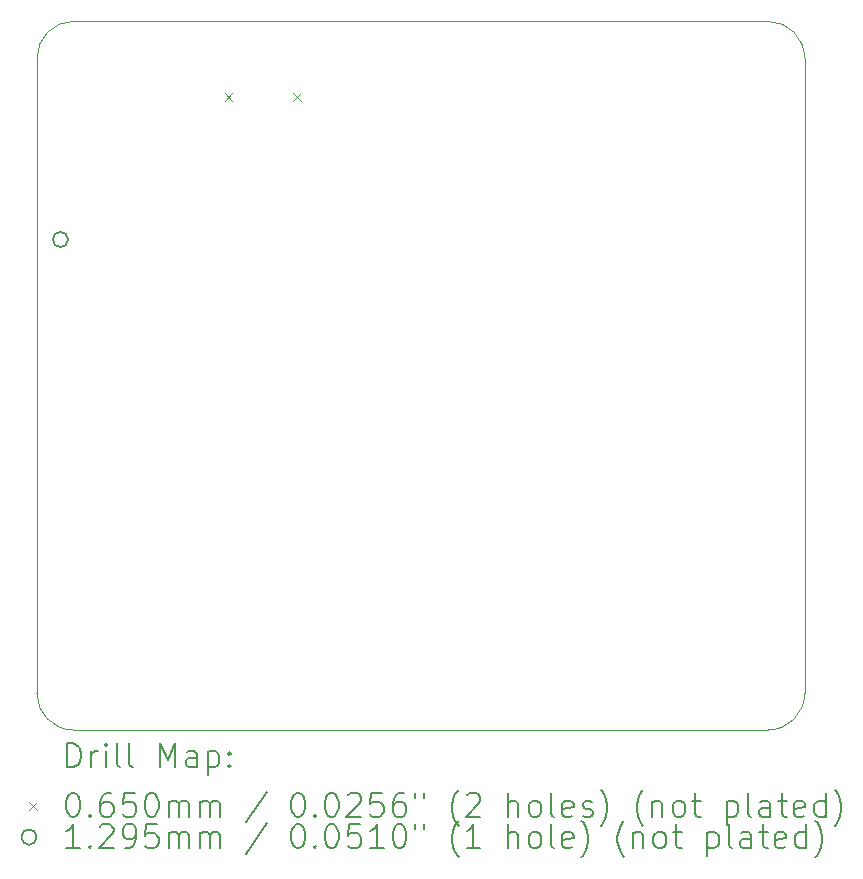
<source format=gbr>
%TF.GenerationSoftware,KiCad,Pcbnew,8.0.3*%
%TF.CreationDate,2024-09-21T15:41:23+02:00*%
%TF.ProjectId,POV_Motor_crtl,504f565f-4d6f-4746-9f72-5f6372746c2e,rev?*%
%TF.SameCoordinates,Original*%
%TF.FileFunction,Drillmap*%
%TF.FilePolarity,Positive*%
%FSLAX45Y45*%
G04 Gerber Fmt 4.5, Leading zero omitted, Abs format (unit mm)*
G04 Created by KiCad (PCBNEW 8.0.3) date 2024-09-21 15:41:23*
%MOMM*%
%LPD*%
G01*
G04 APERTURE LIST*
%ADD10C,0.050000*%
%ADD11C,0.200000*%
%ADD12C,0.100000*%
%ADD13C,0.129540*%
G04 APERTURE END LIST*
D10*
X3210000Y-8600000D02*
X9090000Y-8600000D01*
X9400000Y-8910000D02*
X9400000Y-14290000D01*
X3210000Y-14600000D02*
G75*
G02*
X2900000Y-14290000I0J310000D01*
G01*
X2900000Y-8910000D02*
G75*
G02*
X3210000Y-8600000I310000J0D01*
G01*
X9400000Y-14290000D02*
G75*
G02*
X9090000Y-14600000I-310000J0D01*
G01*
X2900000Y-14290000D02*
X2900000Y-8910000D01*
X9090000Y-8600000D02*
G75*
G02*
X9400000Y-8910000I0J-310000D01*
G01*
X9090000Y-14600000D02*
X3210000Y-14600000D01*
D11*
D12*
X4489260Y-9205180D02*
X4554260Y-9270180D01*
X4554260Y-9205180D02*
X4489260Y-9270180D01*
X5067260Y-9205180D02*
X5132260Y-9270180D01*
X5132260Y-9205180D02*
X5067260Y-9270180D01*
D13*
X3163590Y-10447040D02*
G75*
G02*
X3034050Y-10447040I-64770J0D01*
G01*
X3034050Y-10447040D02*
G75*
G02*
X3163590Y-10447040I64770J0D01*
G01*
D11*
X3158277Y-14913984D02*
X3158277Y-14713984D01*
X3158277Y-14713984D02*
X3205896Y-14713984D01*
X3205896Y-14713984D02*
X3234467Y-14723508D01*
X3234467Y-14723508D02*
X3253515Y-14742555D01*
X3253515Y-14742555D02*
X3263039Y-14761603D01*
X3263039Y-14761603D02*
X3272562Y-14799698D01*
X3272562Y-14799698D02*
X3272562Y-14828269D01*
X3272562Y-14828269D02*
X3263039Y-14866365D01*
X3263039Y-14866365D02*
X3253515Y-14885412D01*
X3253515Y-14885412D02*
X3234467Y-14904460D01*
X3234467Y-14904460D02*
X3205896Y-14913984D01*
X3205896Y-14913984D02*
X3158277Y-14913984D01*
X3358277Y-14913984D02*
X3358277Y-14780650D01*
X3358277Y-14818746D02*
X3367801Y-14799698D01*
X3367801Y-14799698D02*
X3377324Y-14790174D01*
X3377324Y-14790174D02*
X3396372Y-14780650D01*
X3396372Y-14780650D02*
X3415420Y-14780650D01*
X3482086Y-14913984D02*
X3482086Y-14780650D01*
X3482086Y-14713984D02*
X3472562Y-14723508D01*
X3472562Y-14723508D02*
X3482086Y-14733031D01*
X3482086Y-14733031D02*
X3491610Y-14723508D01*
X3491610Y-14723508D02*
X3482086Y-14713984D01*
X3482086Y-14713984D02*
X3482086Y-14733031D01*
X3605896Y-14913984D02*
X3586848Y-14904460D01*
X3586848Y-14904460D02*
X3577324Y-14885412D01*
X3577324Y-14885412D02*
X3577324Y-14713984D01*
X3710658Y-14913984D02*
X3691610Y-14904460D01*
X3691610Y-14904460D02*
X3682086Y-14885412D01*
X3682086Y-14885412D02*
X3682086Y-14713984D01*
X3939229Y-14913984D02*
X3939229Y-14713984D01*
X3939229Y-14713984D02*
X4005896Y-14856841D01*
X4005896Y-14856841D02*
X4072562Y-14713984D01*
X4072562Y-14713984D02*
X4072562Y-14913984D01*
X4253515Y-14913984D02*
X4253515Y-14809222D01*
X4253515Y-14809222D02*
X4243991Y-14790174D01*
X4243991Y-14790174D02*
X4224944Y-14780650D01*
X4224944Y-14780650D02*
X4186848Y-14780650D01*
X4186848Y-14780650D02*
X4167801Y-14790174D01*
X4253515Y-14904460D02*
X4234467Y-14913984D01*
X4234467Y-14913984D02*
X4186848Y-14913984D01*
X4186848Y-14913984D02*
X4167801Y-14904460D01*
X4167801Y-14904460D02*
X4158277Y-14885412D01*
X4158277Y-14885412D02*
X4158277Y-14866365D01*
X4158277Y-14866365D02*
X4167801Y-14847317D01*
X4167801Y-14847317D02*
X4186848Y-14837793D01*
X4186848Y-14837793D02*
X4234467Y-14837793D01*
X4234467Y-14837793D02*
X4253515Y-14828269D01*
X4348753Y-14780650D02*
X4348753Y-14980650D01*
X4348753Y-14790174D02*
X4367801Y-14780650D01*
X4367801Y-14780650D02*
X4405896Y-14780650D01*
X4405896Y-14780650D02*
X4424944Y-14790174D01*
X4424944Y-14790174D02*
X4434467Y-14799698D01*
X4434467Y-14799698D02*
X4443991Y-14818746D01*
X4443991Y-14818746D02*
X4443991Y-14875888D01*
X4443991Y-14875888D02*
X4434467Y-14894936D01*
X4434467Y-14894936D02*
X4424944Y-14904460D01*
X4424944Y-14904460D02*
X4405896Y-14913984D01*
X4405896Y-14913984D02*
X4367801Y-14913984D01*
X4367801Y-14913984D02*
X4348753Y-14904460D01*
X4529705Y-14894936D02*
X4539229Y-14904460D01*
X4539229Y-14904460D02*
X4529705Y-14913984D01*
X4529705Y-14913984D02*
X4520182Y-14904460D01*
X4520182Y-14904460D02*
X4529705Y-14894936D01*
X4529705Y-14894936D02*
X4529705Y-14913984D01*
X4529705Y-14790174D02*
X4539229Y-14799698D01*
X4539229Y-14799698D02*
X4529705Y-14809222D01*
X4529705Y-14809222D02*
X4520182Y-14799698D01*
X4520182Y-14799698D02*
X4529705Y-14790174D01*
X4529705Y-14790174D02*
X4529705Y-14809222D01*
D12*
X2832500Y-15210000D02*
X2897500Y-15275000D01*
X2897500Y-15210000D02*
X2832500Y-15275000D01*
D11*
X3196372Y-15133984D02*
X3215420Y-15133984D01*
X3215420Y-15133984D02*
X3234467Y-15143508D01*
X3234467Y-15143508D02*
X3243991Y-15153031D01*
X3243991Y-15153031D02*
X3253515Y-15172079D01*
X3253515Y-15172079D02*
X3263039Y-15210174D01*
X3263039Y-15210174D02*
X3263039Y-15257793D01*
X3263039Y-15257793D02*
X3253515Y-15295888D01*
X3253515Y-15295888D02*
X3243991Y-15314936D01*
X3243991Y-15314936D02*
X3234467Y-15324460D01*
X3234467Y-15324460D02*
X3215420Y-15333984D01*
X3215420Y-15333984D02*
X3196372Y-15333984D01*
X3196372Y-15333984D02*
X3177324Y-15324460D01*
X3177324Y-15324460D02*
X3167801Y-15314936D01*
X3167801Y-15314936D02*
X3158277Y-15295888D01*
X3158277Y-15295888D02*
X3148753Y-15257793D01*
X3148753Y-15257793D02*
X3148753Y-15210174D01*
X3148753Y-15210174D02*
X3158277Y-15172079D01*
X3158277Y-15172079D02*
X3167801Y-15153031D01*
X3167801Y-15153031D02*
X3177324Y-15143508D01*
X3177324Y-15143508D02*
X3196372Y-15133984D01*
X3348753Y-15314936D02*
X3358277Y-15324460D01*
X3358277Y-15324460D02*
X3348753Y-15333984D01*
X3348753Y-15333984D02*
X3339229Y-15324460D01*
X3339229Y-15324460D02*
X3348753Y-15314936D01*
X3348753Y-15314936D02*
X3348753Y-15333984D01*
X3529705Y-15133984D02*
X3491610Y-15133984D01*
X3491610Y-15133984D02*
X3472562Y-15143508D01*
X3472562Y-15143508D02*
X3463039Y-15153031D01*
X3463039Y-15153031D02*
X3443991Y-15181603D01*
X3443991Y-15181603D02*
X3434467Y-15219698D01*
X3434467Y-15219698D02*
X3434467Y-15295888D01*
X3434467Y-15295888D02*
X3443991Y-15314936D01*
X3443991Y-15314936D02*
X3453515Y-15324460D01*
X3453515Y-15324460D02*
X3472562Y-15333984D01*
X3472562Y-15333984D02*
X3510658Y-15333984D01*
X3510658Y-15333984D02*
X3529705Y-15324460D01*
X3529705Y-15324460D02*
X3539229Y-15314936D01*
X3539229Y-15314936D02*
X3548753Y-15295888D01*
X3548753Y-15295888D02*
X3548753Y-15248269D01*
X3548753Y-15248269D02*
X3539229Y-15229222D01*
X3539229Y-15229222D02*
X3529705Y-15219698D01*
X3529705Y-15219698D02*
X3510658Y-15210174D01*
X3510658Y-15210174D02*
X3472562Y-15210174D01*
X3472562Y-15210174D02*
X3453515Y-15219698D01*
X3453515Y-15219698D02*
X3443991Y-15229222D01*
X3443991Y-15229222D02*
X3434467Y-15248269D01*
X3729705Y-15133984D02*
X3634467Y-15133984D01*
X3634467Y-15133984D02*
X3624943Y-15229222D01*
X3624943Y-15229222D02*
X3634467Y-15219698D01*
X3634467Y-15219698D02*
X3653515Y-15210174D01*
X3653515Y-15210174D02*
X3701134Y-15210174D01*
X3701134Y-15210174D02*
X3720182Y-15219698D01*
X3720182Y-15219698D02*
X3729705Y-15229222D01*
X3729705Y-15229222D02*
X3739229Y-15248269D01*
X3739229Y-15248269D02*
X3739229Y-15295888D01*
X3739229Y-15295888D02*
X3729705Y-15314936D01*
X3729705Y-15314936D02*
X3720182Y-15324460D01*
X3720182Y-15324460D02*
X3701134Y-15333984D01*
X3701134Y-15333984D02*
X3653515Y-15333984D01*
X3653515Y-15333984D02*
X3634467Y-15324460D01*
X3634467Y-15324460D02*
X3624943Y-15314936D01*
X3863039Y-15133984D02*
X3882086Y-15133984D01*
X3882086Y-15133984D02*
X3901134Y-15143508D01*
X3901134Y-15143508D02*
X3910658Y-15153031D01*
X3910658Y-15153031D02*
X3920182Y-15172079D01*
X3920182Y-15172079D02*
X3929705Y-15210174D01*
X3929705Y-15210174D02*
X3929705Y-15257793D01*
X3929705Y-15257793D02*
X3920182Y-15295888D01*
X3920182Y-15295888D02*
X3910658Y-15314936D01*
X3910658Y-15314936D02*
X3901134Y-15324460D01*
X3901134Y-15324460D02*
X3882086Y-15333984D01*
X3882086Y-15333984D02*
X3863039Y-15333984D01*
X3863039Y-15333984D02*
X3843991Y-15324460D01*
X3843991Y-15324460D02*
X3834467Y-15314936D01*
X3834467Y-15314936D02*
X3824943Y-15295888D01*
X3824943Y-15295888D02*
X3815420Y-15257793D01*
X3815420Y-15257793D02*
X3815420Y-15210174D01*
X3815420Y-15210174D02*
X3824943Y-15172079D01*
X3824943Y-15172079D02*
X3834467Y-15153031D01*
X3834467Y-15153031D02*
X3843991Y-15143508D01*
X3843991Y-15143508D02*
X3863039Y-15133984D01*
X4015420Y-15333984D02*
X4015420Y-15200650D01*
X4015420Y-15219698D02*
X4024943Y-15210174D01*
X4024943Y-15210174D02*
X4043991Y-15200650D01*
X4043991Y-15200650D02*
X4072563Y-15200650D01*
X4072563Y-15200650D02*
X4091610Y-15210174D01*
X4091610Y-15210174D02*
X4101134Y-15229222D01*
X4101134Y-15229222D02*
X4101134Y-15333984D01*
X4101134Y-15229222D02*
X4110658Y-15210174D01*
X4110658Y-15210174D02*
X4129705Y-15200650D01*
X4129705Y-15200650D02*
X4158277Y-15200650D01*
X4158277Y-15200650D02*
X4177324Y-15210174D01*
X4177324Y-15210174D02*
X4186848Y-15229222D01*
X4186848Y-15229222D02*
X4186848Y-15333984D01*
X4282086Y-15333984D02*
X4282086Y-15200650D01*
X4282086Y-15219698D02*
X4291610Y-15210174D01*
X4291610Y-15210174D02*
X4310658Y-15200650D01*
X4310658Y-15200650D02*
X4339229Y-15200650D01*
X4339229Y-15200650D02*
X4358277Y-15210174D01*
X4358277Y-15210174D02*
X4367801Y-15229222D01*
X4367801Y-15229222D02*
X4367801Y-15333984D01*
X4367801Y-15229222D02*
X4377325Y-15210174D01*
X4377325Y-15210174D02*
X4396372Y-15200650D01*
X4396372Y-15200650D02*
X4424944Y-15200650D01*
X4424944Y-15200650D02*
X4443991Y-15210174D01*
X4443991Y-15210174D02*
X4453515Y-15229222D01*
X4453515Y-15229222D02*
X4453515Y-15333984D01*
X4843991Y-15124460D02*
X4672563Y-15381603D01*
X5101134Y-15133984D02*
X5120182Y-15133984D01*
X5120182Y-15133984D02*
X5139229Y-15143508D01*
X5139229Y-15143508D02*
X5148753Y-15153031D01*
X5148753Y-15153031D02*
X5158277Y-15172079D01*
X5158277Y-15172079D02*
X5167801Y-15210174D01*
X5167801Y-15210174D02*
X5167801Y-15257793D01*
X5167801Y-15257793D02*
X5158277Y-15295888D01*
X5158277Y-15295888D02*
X5148753Y-15314936D01*
X5148753Y-15314936D02*
X5139229Y-15324460D01*
X5139229Y-15324460D02*
X5120182Y-15333984D01*
X5120182Y-15333984D02*
X5101134Y-15333984D01*
X5101134Y-15333984D02*
X5082087Y-15324460D01*
X5082087Y-15324460D02*
X5072563Y-15314936D01*
X5072563Y-15314936D02*
X5063039Y-15295888D01*
X5063039Y-15295888D02*
X5053515Y-15257793D01*
X5053515Y-15257793D02*
X5053515Y-15210174D01*
X5053515Y-15210174D02*
X5063039Y-15172079D01*
X5063039Y-15172079D02*
X5072563Y-15153031D01*
X5072563Y-15153031D02*
X5082087Y-15143508D01*
X5082087Y-15143508D02*
X5101134Y-15133984D01*
X5253515Y-15314936D02*
X5263039Y-15324460D01*
X5263039Y-15324460D02*
X5253515Y-15333984D01*
X5253515Y-15333984D02*
X5243991Y-15324460D01*
X5243991Y-15324460D02*
X5253515Y-15314936D01*
X5253515Y-15314936D02*
X5253515Y-15333984D01*
X5386848Y-15133984D02*
X5405896Y-15133984D01*
X5405896Y-15133984D02*
X5424944Y-15143508D01*
X5424944Y-15143508D02*
X5434468Y-15153031D01*
X5434468Y-15153031D02*
X5443991Y-15172079D01*
X5443991Y-15172079D02*
X5453515Y-15210174D01*
X5453515Y-15210174D02*
X5453515Y-15257793D01*
X5453515Y-15257793D02*
X5443991Y-15295888D01*
X5443991Y-15295888D02*
X5434468Y-15314936D01*
X5434468Y-15314936D02*
X5424944Y-15324460D01*
X5424944Y-15324460D02*
X5405896Y-15333984D01*
X5405896Y-15333984D02*
X5386848Y-15333984D01*
X5386848Y-15333984D02*
X5367801Y-15324460D01*
X5367801Y-15324460D02*
X5358277Y-15314936D01*
X5358277Y-15314936D02*
X5348753Y-15295888D01*
X5348753Y-15295888D02*
X5339229Y-15257793D01*
X5339229Y-15257793D02*
X5339229Y-15210174D01*
X5339229Y-15210174D02*
X5348753Y-15172079D01*
X5348753Y-15172079D02*
X5358277Y-15153031D01*
X5358277Y-15153031D02*
X5367801Y-15143508D01*
X5367801Y-15143508D02*
X5386848Y-15133984D01*
X5529706Y-15153031D02*
X5539229Y-15143508D01*
X5539229Y-15143508D02*
X5558277Y-15133984D01*
X5558277Y-15133984D02*
X5605896Y-15133984D01*
X5605896Y-15133984D02*
X5624944Y-15143508D01*
X5624944Y-15143508D02*
X5634467Y-15153031D01*
X5634467Y-15153031D02*
X5643991Y-15172079D01*
X5643991Y-15172079D02*
X5643991Y-15191127D01*
X5643991Y-15191127D02*
X5634467Y-15219698D01*
X5634467Y-15219698D02*
X5520182Y-15333984D01*
X5520182Y-15333984D02*
X5643991Y-15333984D01*
X5824944Y-15133984D02*
X5729706Y-15133984D01*
X5729706Y-15133984D02*
X5720182Y-15229222D01*
X5720182Y-15229222D02*
X5729706Y-15219698D01*
X5729706Y-15219698D02*
X5748753Y-15210174D01*
X5748753Y-15210174D02*
X5796372Y-15210174D01*
X5796372Y-15210174D02*
X5815420Y-15219698D01*
X5815420Y-15219698D02*
X5824944Y-15229222D01*
X5824944Y-15229222D02*
X5834467Y-15248269D01*
X5834467Y-15248269D02*
X5834467Y-15295888D01*
X5834467Y-15295888D02*
X5824944Y-15314936D01*
X5824944Y-15314936D02*
X5815420Y-15324460D01*
X5815420Y-15324460D02*
X5796372Y-15333984D01*
X5796372Y-15333984D02*
X5748753Y-15333984D01*
X5748753Y-15333984D02*
X5729706Y-15324460D01*
X5729706Y-15324460D02*
X5720182Y-15314936D01*
X6005896Y-15133984D02*
X5967801Y-15133984D01*
X5967801Y-15133984D02*
X5948753Y-15143508D01*
X5948753Y-15143508D02*
X5939229Y-15153031D01*
X5939229Y-15153031D02*
X5920182Y-15181603D01*
X5920182Y-15181603D02*
X5910658Y-15219698D01*
X5910658Y-15219698D02*
X5910658Y-15295888D01*
X5910658Y-15295888D02*
X5920182Y-15314936D01*
X5920182Y-15314936D02*
X5929706Y-15324460D01*
X5929706Y-15324460D02*
X5948753Y-15333984D01*
X5948753Y-15333984D02*
X5986848Y-15333984D01*
X5986848Y-15333984D02*
X6005896Y-15324460D01*
X6005896Y-15324460D02*
X6015420Y-15314936D01*
X6015420Y-15314936D02*
X6024944Y-15295888D01*
X6024944Y-15295888D02*
X6024944Y-15248269D01*
X6024944Y-15248269D02*
X6015420Y-15229222D01*
X6015420Y-15229222D02*
X6005896Y-15219698D01*
X6005896Y-15219698D02*
X5986848Y-15210174D01*
X5986848Y-15210174D02*
X5948753Y-15210174D01*
X5948753Y-15210174D02*
X5929706Y-15219698D01*
X5929706Y-15219698D02*
X5920182Y-15229222D01*
X5920182Y-15229222D02*
X5910658Y-15248269D01*
X6101134Y-15133984D02*
X6101134Y-15172079D01*
X6177325Y-15133984D02*
X6177325Y-15172079D01*
X6472563Y-15410174D02*
X6463039Y-15400650D01*
X6463039Y-15400650D02*
X6443991Y-15372079D01*
X6443991Y-15372079D02*
X6434468Y-15353031D01*
X6434468Y-15353031D02*
X6424944Y-15324460D01*
X6424944Y-15324460D02*
X6415420Y-15276841D01*
X6415420Y-15276841D02*
X6415420Y-15238746D01*
X6415420Y-15238746D02*
X6424944Y-15191127D01*
X6424944Y-15191127D02*
X6434468Y-15162555D01*
X6434468Y-15162555D02*
X6443991Y-15143508D01*
X6443991Y-15143508D02*
X6463039Y-15114936D01*
X6463039Y-15114936D02*
X6472563Y-15105412D01*
X6539229Y-15153031D02*
X6548753Y-15143508D01*
X6548753Y-15143508D02*
X6567801Y-15133984D01*
X6567801Y-15133984D02*
X6615420Y-15133984D01*
X6615420Y-15133984D02*
X6634468Y-15143508D01*
X6634468Y-15143508D02*
X6643991Y-15153031D01*
X6643991Y-15153031D02*
X6653515Y-15172079D01*
X6653515Y-15172079D02*
X6653515Y-15191127D01*
X6653515Y-15191127D02*
X6643991Y-15219698D01*
X6643991Y-15219698D02*
X6529706Y-15333984D01*
X6529706Y-15333984D02*
X6653515Y-15333984D01*
X6891610Y-15333984D02*
X6891610Y-15133984D01*
X6977325Y-15333984D02*
X6977325Y-15229222D01*
X6977325Y-15229222D02*
X6967801Y-15210174D01*
X6967801Y-15210174D02*
X6948753Y-15200650D01*
X6948753Y-15200650D02*
X6920182Y-15200650D01*
X6920182Y-15200650D02*
X6901134Y-15210174D01*
X6901134Y-15210174D02*
X6891610Y-15219698D01*
X7101134Y-15333984D02*
X7082087Y-15324460D01*
X7082087Y-15324460D02*
X7072563Y-15314936D01*
X7072563Y-15314936D02*
X7063039Y-15295888D01*
X7063039Y-15295888D02*
X7063039Y-15238746D01*
X7063039Y-15238746D02*
X7072563Y-15219698D01*
X7072563Y-15219698D02*
X7082087Y-15210174D01*
X7082087Y-15210174D02*
X7101134Y-15200650D01*
X7101134Y-15200650D02*
X7129706Y-15200650D01*
X7129706Y-15200650D02*
X7148753Y-15210174D01*
X7148753Y-15210174D02*
X7158277Y-15219698D01*
X7158277Y-15219698D02*
X7167801Y-15238746D01*
X7167801Y-15238746D02*
X7167801Y-15295888D01*
X7167801Y-15295888D02*
X7158277Y-15314936D01*
X7158277Y-15314936D02*
X7148753Y-15324460D01*
X7148753Y-15324460D02*
X7129706Y-15333984D01*
X7129706Y-15333984D02*
X7101134Y-15333984D01*
X7282087Y-15333984D02*
X7263039Y-15324460D01*
X7263039Y-15324460D02*
X7253515Y-15305412D01*
X7253515Y-15305412D02*
X7253515Y-15133984D01*
X7434468Y-15324460D02*
X7415420Y-15333984D01*
X7415420Y-15333984D02*
X7377325Y-15333984D01*
X7377325Y-15333984D02*
X7358277Y-15324460D01*
X7358277Y-15324460D02*
X7348753Y-15305412D01*
X7348753Y-15305412D02*
X7348753Y-15229222D01*
X7348753Y-15229222D02*
X7358277Y-15210174D01*
X7358277Y-15210174D02*
X7377325Y-15200650D01*
X7377325Y-15200650D02*
X7415420Y-15200650D01*
X7415420Y-15200650D02*
X7434468Y-15210174D01*
X7434468Y-15210174D02*
X7443991Y-15229222D01*
X7443991Y-15229222D02*
X7443991Y-15248269D01*
X7443991Y-15248269D02*
X7348753Y-15267317D01*
X7520182Y-15324460D02*
X7539230Y-15333984D01*
X7539230Y-15333984D02*
X7577325Y-15333984D01*
X7577325Y-15333984D02*
X7596372Y-15324460D01*
X7596372Y-15324460D02*
X7605896Y-15305412D01*
X7605896Y-15305412D02*
X7605896Y-15295888D01*
X7605896Y-15295888D02*
X7596372Y-15276841D01*
X7596372Y-15276841D02*
X7577325Y-15267317D01*
X7577325Y-15267317D02*
X7548753Y-15267317D01*
X7548753Y-15267317D02*
X7529706Y-15257793D01*
X7529706Y-15257793D02*
X7520182Y-15238746D01*
X7520182Y-15238746D02*
X7520182Y-15229222D01*
X7520182Y-15229222D02*
X7529706Y-15210174D01*
X7529706Y-15210174D02*
X7548753Y-15200650D01*
X7548753Y-15200650D02*
X7577325Y-15200650D01*
X7577325Y-15200650D02*
X7596372Y-15210174D01*
X7672563Y-15410174D02*
X7682087Y-15400650D01*
X7682087Y-15400650D02*
X7701134Y-15372079D01*
X7701134Y-15372079D02*
X7710658Y-15353031D01*
X7710658Y-15353031D02*
X7720182Y-15324460D01*
X7720182Y-15324460D02*
X7729706Y-15276841D01*
X7729706Y-15276841D02*
X7729706Y-15238746D01*
X7729706Y-15238746D02*
X7720182Y-15191127D01*
X7720182Y-15191127D02*
X7710658Y-15162555D01*
X7710658Y-15162555D02*
X7701134Y-15143508D01*
X7701134Y-15143508D02*
X7682087Y-15114936D01*
X7682087Y-15114936D02*
X7672563Y-15105412D01*
X8034468Y-15410174D02*
X8024944Y-15400650D01*
X8024944Y-15400650D02*
X8005896Y-15372079D01*
X8005896Y-15372079D02*
X7996372Y-15353031D01*
X7996372Y-15353031D02*
X7986849Y-15324460D01*
X7986849Y-15324460D02*
X7977325Y-15276841D01*
X7977325Y-15276841D02*
X7977325Y-15238746D01*
X7977325Y-15238746D02*
X7986849Y-15191127D01*
X7986849Y-15191127D02*
X7996372Y-15162555D01*
X7996372Y-15162555D02*
X8005896Y-15143508D01*
X8005896Y-15143508D02*
X8024944Y-15114936D01*
X8024944Y-15114936D02*
X8034468Y-15105412D01*
X8110658Y-15200650D02*
X8110658Y-15333984D01*
X8110658Y-15219698D02*
X8120182Y-15210174D01*
X8120182Y-15210174D02*
X8139230Y-15200650D01*
X8139230Y-15200650D02*
X8167801Y-15200650D01*
X8167801Y-15200650D02*
X8186849Y-15210174D01*
X8186849Y-15210174D02*
X8196372Y-15229222D01*
X8196372Y-15229222D02*
X8196372Y-15333984D01*
X8320182Y-15333984D02*
X8301134Y-15324460D01*
X8301134Y-15324460D02*
X8291611Y-15314936D01*
X8291611Y-15314936D02*
X8282087Y-15295888D01*
X8282087Y-15295888D02*
X8282087Y-15238746D01*
X8282087Y-15238746D02*
X8291611Y-15219698D01*
X8291611Y-15219698D02*
X8301134Y-15210174D01*
X8301134Y-15210174D02*
X8320182Y-15200650D01*
X8320182Y-15200650D02*
X8348753Y-15200650D01*
X8348753Y-15200650D02*
X8367801Y-15210174D01*
X8367801Y-15210174D02*
X8377325Y-15219698D01*
X8377325Y-15219698D02*
X8386849Y-15238746D01*
X8386849Y-15238746D02*
X8386849Y-15295888D01*
X8386849Y-15295888D02*
X8377325Y-15314936D01*
X8377325Y-15314936D02*
X8367801Y-15324460D01*
X8367801Y-15324460D02*
X8348753Y-15333984D01*
X8348753Y-15333984D02*
X8320182Y-15333984D01*
X8443992Y-15200650D02*
X8520182Y-15200650D01*
X8472563Y-15133984D02*
X8472563Y-15305412D01*
X8472563Y-15305412D02*
X8482087Y-15324460D01*
X8482087Y-15324460D02*
X8501134Y-15333984D01*
X8501134Y-15333984D02*
X8520182Y-15333984D01*
X8739230Y-15200650D02*
X8739230Y-15400650D01*
X8739230Y-15210174D02*
X8758277Y-15200650D01*
X8758277Y-15200650D02*
X8796373Y-15200650D01*
X8796373Y-15200650D02*
X8815420Y-15210174D01*
X8815420Y-15210174D02*
X8824944Y-15219698D01*
X8824944Y-15219698D02*
X8834468Y-15238746D01*
X8834468Y-15238746D02*
X8834468Y-15295888D01*
X8834468Y-15295888D02*
X8824944Y-15314936D01*
X8824944Y-15314936D02*
X8815420Y-15324460D01*
X8815420Y-15324460D02*
X8796373Y-15333984D01*
X8796373Y-15333984D02*
X8758277Y-15333984D01*
X8758277Y-15333984D02*
X8739230Y-15324460D01*
X8948754Y-15333984D02*
X8929706Y-15324460D01*
X8929706Y-15324460D02*
X8920182Y-15305412D01*
X8920182Y-15305412D02*
X8920182Y-15133984D01*
X9110658Y-15333984D02*
X9110658Y-15229222D01*
X9110658Y-15229222D02*
X9101135Y-15210174D01*
X9101135Y-15210174D02*
X9082087Y-15200650D01*
X9082087Y-15200650D02*
X9043992Y-15200650D01*
X9043992Y-15200650D02*
X9024944Y-15210174D01*
X9110658Y-15324460D02*
X9091611Y-15333984D01*
X9091611Y-15333984D02*
X9043992Y-15333984D01*
X9043992Y-15333984D02*
X9024944Y-15324460D01*
X9024944Y-15324460D02*
X9015420Y-15305412D01*
X9015420Y-15305412D02*
X9015420Y-15286365D01*
X9015420Y-15286365D02*
X9024944Y-15267317D01*
X9024944Y-15267317D02*
X9043992Y-15257793D01*
X9043992Y-15257793D02*
X9091611Y-15257793D01*
X9091611Y-15257793D02*
X9110658Y-15248269D01*
X9177325Y-15200650D02*
X9253515Y-15200650D01*
X9205896Y-15133984D02*
X9205896Y-15305412D01*
X9205896Y-15305412D02*
X9215420Y-15324460D01*
X9215420Y-15324460D02*
X9234468Y-15333984D01*
X9234468Y-15333984D02*
X9253515Y-15333984D01*
X9396373Y-15324460D02*
X9377325Y-15333984D01*
X9377325Y-15333984D02*
X9339230Y-15333984D01*
X9339230Y-15333984D02*
X9320182Y-15324460D01*
X9320182Y-15324460D02*
X9310658Y-15305412D01*
X9310658Y-15305412D02*
X9310658Y-15229222D01*
X9310658Y-15229222D02*
X9320182Y-15210174D01*
X9320182Y-15210174D02*
X9339230Y-15200650D01*
X9339230Y-15200650D02*
X9377325Y-15200650D01*
X9377325Y-15200650D02*
X9396373Y-15210174D01*
X9396373Y-15210174D02*
X9405896Y-15229222D01*
X9405896Y-15229222D02*
X9405896Y-15248269D01*
X9405896Y-15248269D02*
X9310658Y-15267317D01*
X9577325Y-15333984D02*
X9577325Y-15133984D01*
X9577325Y-15324460D02*
X9558277Y-15333984D01*
X9558277Y-15333984D02*
X9520182Y-15333984D01*
X9520182Y-15333984D02*
X9501135Y-15324460D01*
X9501135Y-15324460D02*
X9491611Y-15314936D01*
X9491611Y-15314936D02*
X9482087Y-15295888D01*
X9482087Y-15295888D02*
X9482087Y-15238746D01*
X9482087Y-15238746D02*
X9491611Y-15219698D01*
X9491611Y-15219698D02*
X9501135Y-15210174D01*
X9501135Y-15210174D02*
X9520182Y-15200650D01*
X9520182Y-15200650D02*
X9558277Y-15200650D01*
X9558277Y-15200650D02*
X9577325Y-15210174D01*
X9653516Y-15410174D02*
X9663039Y-15400650D01*
X9663039Y-15400650D02*
X9682087Y-15372079D01*
X9682087Y-15372079D02*
X9691611Y-15353031D01*
X9691611Y-15353031D02*
X9701135Y-15324460D01*
X9701135Y-15324460D02*
X9710658Y-15276841D01*
X9710658Y-15276841D02*
X9710658Y-15238746D01*
X9710658Y-15238746D02*
X9701135Y-15191127D01*
X9701135Y-15191127D02*
X9691611Y-15162555D01*
X9691611Y-15162555D02*
X9682087Y-15143508D01*
X9682087Y-15143508D02*
X9663039Y-15114936D01*
X9663039Y-15114936D02*
X9653516Y-15105412D01*
D13*
X2897500Y-15506500D02*
G75*
G02*
X2767960Y-15506500I-64770J0D01*
G01*
X2767960Y-15506500D02*
G75*
G02*
X2897500Y-15506500I64770J0D01*
G01*
D11*
X3263039Y-15597984D02*
X3148753Y-15597984D01*
X3205896Y-15597984D02*
X3205896Y-15397984D01*
X3205896Y-15397984D02*
X3186848Y-15426555D01*
X3186848Y-15426555D02*
X3167801Y-15445603D01*
X3167801Y-15445603D02*
X3148753Y-15455127D01*
X3348753Y-15578936D02*
X3358277Y-15588460D01*
X3358277Y-15588460D02*
X3348753Y-15597984D01*
X3348753Y-15597984D02*
X3339229Y-15588460D01*
X3339229Y-15588460D02*
X3348753Y-15578936D01*
X3348753Y-15578936D02*
X3348753Y-15597984D01*
X3434467Y-15417031D02*
X3443991Y-15407508D01*
X3443991Y-15407508D02*
X3463039Y-15397984D01*
X3463039Y-15397984D02*
X3510658Y-15397984D01*
X3510658Y-15397984D02*
X3529705Y-15407508D01*
X3529705Y-15407508D02*
X3539229Y-15417031D01*
X3539229Y-15417031D02*
X3548753Y-15436079D01*
X3548753Y-15436079D02*
X3548753Y-15455127D01*
X3548753Y-15455127D02*
X3539229Y-15483698D01*
X3539229Y-15483698D02*
X3424943Y-15597984D01*
X3424943Y-15597984D02*
X3548753Y-15597984D01*
X3643991Y-15597984D02*
X3682086Y-15597984D01*
X3682086Y-15597984D02*
X3701134Y-15588460D01*
X3701134Y-15588460D02*
X3710658Y-15578936D01*
X3710658Y-15578936D02*
X3729705Y-15550365D01*
X3729705Y-15550365D02*
X3739229Y-15512269D01*
X3739229Y-15512269D02*
X3739229Y-15436079D01*
X3739229Y-15436079D02*
X3729705Y-15417031D01*
X3729705Y-15417031D02*
X3720182Y-15407508D01*
X3720182Y-15407508D02*
X3701134Y-15397984D01*
X3701134Y-15397984D02*
X3663039Y-15397984D01*
X3663039Y-15397984D02*
X3643991Y-15407508D01*
X3643991Y-15407508D02*
X3634467Y-15417031D01*
X3634467Y-15417031D02*
X3624943Y-15436079D01*
X3624943Y-15436079D02*
X3624943Y-15483698D01*
X3624943Y-15483698D02*
X3634467Y-15502746D01*
X3634467Y-15502746D02*
X3643991Y-15512269D01*
X3643991Y-15512269D02*
X3663039Y-15521793D01*
X3663039Y-15521793D02*
X3701134Y-15521793D01*
X3701134Y-15521793D02*
X3720182Y-15512269D01*
X3720182Y-15512269D02*
X3729705Y-15502746D01*
X3729705Y-15502746D02*
X3739229Y-15483698D01*
X3920182Y-15397984D02*
X3824943Y-15397984D01*
X3824943Y-15397984D02*
X3815420Y-15493222D01*
X3815420Y-15493222D02*
X3824943Y-15483698D01*
X3824943Y-15483698D02*
X3843991Y-15474174D01*
X3843991Y-15474174D02*
X3891610Y-15474174D01*
X3891610Y-15474174D02*
X3910658Y-15483698D01*
X3910658Y-15483698D02*
X3920182Y-15493222D01*
X3920182Y-15493222D02*
X3929705Y-15512269D01*
X3929705Y-15512269D02*
X3929705Y-15559888D01*
X3929705Y-15559888D02*
X3920182Y-15578936D01*
X3920182Y-15578936D02*
X3910658Y-15588460D01*
X3910658Y-15588460D02*
X3891610Y-15597984D01*
X3891610Y-15597984D02*
X3843991Y-15597984D01*
X3843991Y-15597984D02*
X3824943Y-15588460D01*
X3824943Y-15588460D02*
X3815420Y-15578936D01*
X4015420Y-15597984D02*
X4015420Y-15464650D01*
X4015420Y-15483698D02*
X4024943Y-15474174D01*
X4024943Y-15474174D02*
X4043991Y-15464650D01*
X4043991Y-15464650D02*
X4072563Y-15464650D01*
X4072563Y-15464650D02*
X4091610Y-15474174D01*
X4091610Y-15474174D02*
X4101134Y-15493222D01*
X4101134Y-15493222D02*
X4101134Y-15597984D01*
X4101134Y-15493222D02*
X4110658Y-15474174D01*
X4110658Y-15474174D02*
X4129705Y-15464650D01*
X4129705Y-15464650D02*
X4158277Y-15464650D01*
X4158277Y-15464650D02*
X4177324Y-15474174D01*
X4177324Y-15474174D02*
X4186848Y-15493222D01*
X4186848Y-15493222D02*
X4186848Y-15597984D01*
X4282086Y-15597984D02*
X4282086Y-15464650D01*
X4282086Y-15483698D02*
X4291610Y-15474174D01*
X4291610Y-15474174D02*
X4310658Y-15464650D01*
X4310658Y-15464650D02*
X4339229Y-15464650D01*
X4339229Y-15464650D02*
X4358277Y-15474174D01*
X4358277Y-15474174D02*
X4367801Y-15493222D01*
X4367801Y-15493222D02*
X4367801Y-15597984D01*
X4367801Y-15493222D02*
X4377325Y-15474174D01*
X4377325Y-15474174D02*
X4396372Y-15464650D01*
X4396372Y-15464650D02*
X4424944Y-15464650D01*
X4424944Y-15464650D02*
X4443991Y-15474174D01*
X4443991Y-15474174D02*
X4453515Y-15493222D01*
X4453515Y-15493222D02*
X4453515Y-15597984D01*
X4843991Y-15388460D02*
X4672563Y-15645603D01*
X5101134Y-15397984D02*
X5120182Y-15397984D01*
X5120182Y-15397984D02*
X5139229Y-15407508D01*
X5139229Y-15407508D02*
X5148753Y-15417031D01*
X5148753Y-15417031D02*
X5158277Y-15436079D01*
X5158277Y-15436079D02*
X5167801Y-15474174D01*
X5167801Y-15474174D02*
X5167801Y-15521793D01*
X5167801Y-15521793D02*
X5158277Y-15559888D01*
X5158277Y-15559888D02*
X5148753Y-15578936D01*
X5148753Y-15578936D02*
X5139229Y-15588460D01*
X5139229Y-15588460D02*
X5120182Y-15597984D01*
X5120182Y-15597984D02*
X5101134Y-15597984D01*
X5101134Y-15597984D02*
X5082087Y-15588460D01*
X5082087Y-15588460D02*
X5072563Y-15578936D01*
X5072563Y-15578936D02*
X5063039Y-15559888D01*
X5063039Y-15559888D02*
X5053515Y-15521793D01*
X5053515Y-15521793D02*
X5053515Y-15474174D01*
X5053515Y-15474174D02*
X5063039Y-15436079D01*
X5063039Y-15436079D02*
X5072563Y-15417031D01*
X5072563Y-15417031D02*
X5082087Y-15407508D01*
X5082087Y-15407508D02*
X5101134Y-15397984D01*
X5253515Y-15578936D02*
X5263039Y-15588460D01*
X5263039Y-15588460D02*
X5253515Y-15597984D01*
X5253515Y-15597984D02*
X5243991Y-15588460D01*
X5243991Y-15588460D02*
X5253515Y-15578936D01*
X5253515Y-15578936D02*
X5253515Y-15597984D01*
X5386848Y-15397984D02*
X5405896Y-15397984D01*
X5405896Y-15397984D02*
X5424944Y-15407508D01*
X5424944Y-15407508D02*
X5434468Y-15417031D01*
X5434468Y-15417031D02*
X5443991Y-15436079D01*
X5443991Y-15436079D02*
X5453515Y-15474174D01*
X5453515Y-15474174D02*
X5453515Y-15521793D01*
X5453515Y-15521793D02*
X5443991Y-15559888D01*
X5443991Y-15559888D02*
X5434468Y-15578936D01*
X5434468Y-15578936D02*
X5424944Y-15588460D01*
X5424944Y-15588460D02*
X5405896Y-15597984D01*
X5405896Y-15597984D02*
X5386848Y-15597984D01*
X5386848Y-15597984D02*
X5367801Y-15588460D01*
X5367801Y-15588460D02*
X5358277Y-15578936D01*
X5358277Y-15578936D02*
X5348753Y-15559888D01*
X5348753Y-15559888D02*
X5339229Y-15521793D01*
X5339229Y-15521793D02*
X5339229Y-15474174D01*
X5339229Y-15474174D02*
X5348753Y-15436079D01*
X5348753Y-15436079D02*
X5358277Y-15417031D01*
X5358277Y-15417031D02*
X5367801Y-15407508D01*
X5367801Y-15407508D02*
X5386848Y-15397984D01*
X5634467Y-15397984D02*
X5539229Y-15397984D01*
X5539229Y-15397984D02*
X5529706Y-15493222D01*
X5529706Y-15493222D02*
X5539229Y-15483698D01*
X5539229Y-15483698D02*
X5558277Y-15474174D01*
X5558277Y-15474174D02*
X5605896Y-15474174D01*
X5605896Y-15474174D02*
X5624944Y-15483698D01*
X5624944Y-15483698D02*
X5634467Y-15493222D01*
X5634467Y-15493222D02*
X5643991Y-15512269D01*
X5643991Y-15512269D02*
X5643991Y-15559888D01*
X5643991Y-15559888D02*
X5634467Y-15578936D01*
X5634467Y-15578936D02*
X5624944Y-15588460D01*
X5624944Y-15588460D02*
X5605896Y-15597984D01*
X5605896Y-15597984D02*
X5558277Y-15597984D01*
X5558277Y-15597984D02*
X5539229Y-15588460D01*
X5539229Y-15588460D02*
X5529706Y-15578936D01*
X5834467Y-15597984D02*
X5720182Y-15597984D01*
X5777325Y-15597984D02*
X5777325Y-15397984D01*
X5777325Y-15397984D02*
X5758277Y-15426555D01*
X5758277Y-15426555D02*
X5739229Y-15445603D01*
X5739229Y-15445603D02*
X5720182Y-15455127D01*
X5958277Y-15397984D02*
X5977325Y-15397984D01*
X5977325Y-15397984D02*
X5996372Y-15407508D01*
X5996372Y-15407508D02*
X6005896Y-15417031D01*
X6005896Y-15417031D02*
X6015420Y-15436079D01*
X6015420Y-15436079D02*
X6024944Y-15474174D01*
X6024944Y-15474174D02*
X6024944Y-15521793D01*
X6024944Y-15521793D02*
X6015420Y-15559888D01*
X6015420Y-15559888D02*
X6005896Y-15578936D01*
X6005896Y-15578936D02*
X5996372Y-15588460D01*
X5996372Y-15588460D02*
X5977325Y-15597984D01*
X5977325Y-15597984D02*
X5958277Y-15597984D01*
X5958277Y-15597984D02*
X5939229Y-15588460D01*
X5939229Y-15588460D02*
X5929706Y-15578936D01*
X5929706Y-15578936D02*
X5920182Y-15559888D01*
X5920182Y-15559888D02*
X5910658Y-15521793D01*
X5910658Y-15521793D02*
X5910658Y-15474174D01*
X5910658Y-15474174D02*
X5920182Y-15436079D01*
X5920182Y-15436079D02*
X5929706Y-15417031D01*
X5929706Y-15417031D02*
X5939229Y-15407508D01*
X5939229Y-15407508D02*
X5958277Y-15397984D01*
X6101134Y-15397984D02*
X6101134Y-15436079D01*
X6177325Y-15397984D02*
X6177325Y-15436079D01*
X6472563Y-15674174D02*
X6463039Y-15664650D01*
X6463039Y-15664650D02*
X6443991Y-15636079D01*
X6443991Y-15636079D02*
X6434468Y-15617031D01*
X6434468Y-15617031D02*
X6424944Y-15588460D01*
X6424944Y-15588460D02*
X6415420Y-15540841D01*
X6415420Y-15540841D02*
X6415420Y-15502746D01*
X6415420Y-15502746D02*
X6424944Y-15455127D01*
X6424944Y-15455127D02*
X6434468Y-15426555D01*
X6434468Y-15426555D02*
X6443991Y-15407508D01*
X6443991Y-15407508D02*
X6463039Y-15378936D01*
X6463039Y-15378936D02*
X6472563Y-15369412D01*
X6653515Y-15597984D02*
X6539229Y-15597984D01*
X6596372Y-15597984D02*
X6596372Y-15397984D01*
X6596372Y-15397984D02*
X6577325Y-15426555D01*
X6577325Y-15426555D02*
X6558277Y-15445603D01*
X6558277Y-15445603D02*
X6539229Y-15455127D01*
X6891610Y-15597984D02*
X6891610Y-15397984D01*
X6977325Y-15597984D02*
X6977325Y-15493222D01*
X6977325Y-15493222D02*
X6967801Y-15474174D01*
X6967801Y-15474174D02*
X6948753Y-15464650D01*
X6948753Y-15464650D02*
X6920182Y-15464650D01*
X6920182Y-15464650D02*
X6901134Y-15474174D01*
X6901134Y-15474174D02*
X6891610Y-15483698D01*
X7101134Y-15597984D02*
X7082087Y-15588460D01*
X7082087Y-15588460D02*
X7072563Y-15578936D01*
X7072563Y-15578936D02*
X7063039Y-15559888D01*
X7063039Y-15559888D02*
X7063039Y-15502746D01*
X7063039Y-15502746D02*
X7072563Y-15483698D01*
X7072563Y-15483698D02*
X7082087Y-15474174D01*
X7082087Y-15474174D02*
X7101134Y-15464650D01*
X7101134Y-15464650D02*
X7129706Y-15464650D01*
X7129706Y-15464650D02*
X7148753Y-15474174D01*
X7148753Y-15474174D02*
X7158277Y-15483698D01*
X7158277Y-15483698D02*
X7167801Y-15502746D01*
X7167801Y-15502746D02*
X7167801Y-15559888D01*
X7167801Y-15559888D02*
X7158277Y-15578936D01*
X7158277Y-15578936D02*
X7148753Y-15588460D01*
X7148753Y-15588460D02*
X7129706Y-15597984D01*
X7129706Y-15597984D02*
X7101134Y-15597984D01*
X7282087Y-15597984D02*
X7263039Y-15588460D01*
X7263039Y-15588460D02*
X7253515Y-15569412D01*
X7253515Y-15569412D02*
X7253515Y-15397984D01*
X7434468Y-15588460D02*
X7415420Y-15597984D01*
X7415420Y-15597984D02*
X7377325Y-15597984D01*
X7377325Y-15597984D02*
X7358277Y-15588460D01*
X7358277Y-15588460D02*
X7348753Y-15569412D01*
X7348753Y-15569412D02*
X7348753Y-15493222D01*
X7348753Y-15493222D02*
X7358277Y-15474174D01*
X7358277Y-15474174D02*
X7377325Y-15464650D01*
X7377325Y-15464650D02*
X7415420Y-15464650D01*
X7415420Y-15464650D02*
X7434468Y-15474174D01*
X7434468Y-15474174D02*
X7443991Y-15493222D01*
X7443991Y-15493222D02*
X7443991Y-15512269D01*
X7443991Y-15512269D02*
X7348753Y-15531317D01*
X7510658Y-15674174D02*
X7520182Y-15664650D01*
X7520182Y-15664650D02*
X7539230Y-15636079D01*
X7539230Y-15636079D02*
X7548753Y-15617031D01*
X7548753Y-15617031D02*
X7558277Y-15588460D01*
X7558277Y-15588460D02*
X7567801Y-15540841D01*
X7567801Y-15540841D02*
X7567801Y-15502746D01*
X7567801Y-15502746D02*
X7558277Y-15455127D01*
X7558277Y-15455127D02*
X7548753Y-15426555D01*
X7548753Y-15426555D02*
X7539230Y-15407508D01*
X7539230Y-15407508D02*
X7520182Y-15378936D01*
X7520182Y-15378936D02*
X7510658Y-15369412D01*
X7872563Y-15674174D02*
X7863039Y-15664650D01*
X7863039Y-15664650D02*
X7843991Y-15636079D01*
X7843991Y-15636079D02*
X7834468Y-15617031D01*
X7834468Y-15617031D02*
X7824944Y-15588460D01*
X7824944Y-15588460D02*
X7815420Y-15540841D01*
X7815420Y-15540841D02*
X7815420Y-15502746D01*
X7815420Y-15502746D02*
X7824944Y-15455127D01*
X7824944Y-15455127D02*
X7834468Y-15426555D01*
X7834468Y-15426555D02*
X7843991Y-15407508D01*
X7843991Y-15407508D02*
X7863039Y-15378936D01*
X7863039Y-15378936D02*
X7872563Y-15369412D01*
X7948753Y-15464650D02*
X7948753Y-15597984D01*
X7948753Y-15483698D02*
X7958277Y-15474174D01*
X7958277Y-15474174D02*
X7977325Y-15464650D01*
X7977325Y-15464650D02*
X8005896Y-15464650D01*
X8005896Y-15464650D02*
X8024944Y-15474174D01*
X8024944Y-15474174D02*
X8034468Y-15493222D01*
X8034468Y-15493222D02*
X8034468Y-15597984D01*
X8158277Y-15597984D02*
X8139230Y-15588460D01*
X8139230Y-15588460D02*
X8129706Y-15578936D01*
X8129706Y-15578936D02*
X8120182Y-15559888D01*
X8120182Y-15559888D02*
X8120182Y-15502746D01*
X8120182Y-15502746D02*
X8129706Y-15483698D01*
X8129706Y-15483698D02*
X8139230Y-15474174D01*
X8139230Y-15474174D02*
X8158277Y-15464650D01*
X8158277Y-15464650D02*
X8186849Y-15464650D01*
X8186849Y-15464650D02*
X8205896Y-15474174D01*
X8205896Y-15474174D02*
X8215420Y-15483698D01*
X8215420Y-15483698D02*
X8224944Y-15502746D01*
X8224944Y-15502746D02*
X8224944Y-15559888D01*
X8224944Y-15559888D02*
X8215420Y-15578936D01*
X8215420Y-15578936D02*
X8205896Y-15588460D01*
X8205896Y-15588460D02*
X8186849Y-15597984D01*
X8186849Y-15597984D02*
X8158277Y-15597984D01*
X8282087Y-15464650D02*
X8358277Y-15464650D01*
X8310658Y-15397984D02*
X8310658Y-15569412D01*
X8310658Y-15569412D02*
X8320182Y-15588460D01*
X8320182Y-15588460D02*
X8339230Y-15597984D01*
X8339230Y-15597984D02*
X8358277Y-15597984D01*
X8577325Y-15464650D02*
X8577325Y-15664650D01*
X8577325Y-15474174D02*
X8596373Y-15464650D01*
X8596373Y-15464650D02*
X8634468Y-15464650D01*
X8634468Y-15464650D02*
X8653515Y-15474174D01*
X8653515Y-15474174D02*
X8663039Y-15483698D01*
X8663039Y-15483698D02*
X8672563Y-15502746D01*
X8672563Y-15502746D02*
X8672563Y-15559888D01*
X8672563Y-15559888D02*
X8663039Y-15578936D01*
X8663039Y-15578936D02*
X8653515Y-15588460D01*
X8653515Y-15588460D02*
X8634468Y-15597984D01*
X8634468Y-15597984D02*
X8596373Y-15597984D01*
X8596373Y-15597984D02*
X8577325Y-15588460D01*
X8786849Y-15597984D02*
X8767801Y-15588460D01*
X8767801Y-15588460D02*
X8758277Y-15569412D01*
X8758277Y-15569412D02*
X8758277Y-15397984D01*
X8948754Y-15597984D02*
X8948754Y-15493222D01*
X8948754Y-15493222D02*
X8939230Y-15474174D01*
X8939230Y-15474174D02*
X8920182Y-15464650D01*
X8920182Y-15464650D02*
X8882087Y-15464650D01*
X8882087Y-15464650D02*
X8863039Y-15474174D01*
X8948754Y-15588460D02*
X8929706Y-15597984D01*
X8929706Y-15597984D02*
X8882087Y-15597984D01*
X8882087Y-15597984D02*
X8863039Y-15588460D01*
X8863039Y-15588460D02*
X8853515Y-15569412D01*
X8853515Y-15569412D02*
X8853515Y-15550365D01*
X8853515Y-15550365D02*
X8863039Y-15531317D01*
X8863039Y-15531317D02*
X8882087Y-15521793D01*
X8882087Y-15521793D02*
X8929706Y-15521793D01*
X8929706Y-15521793D02*
X8948754Y-15512269D01*
X9015420Y-15464650D02*
X9091611Y-15464650D01*
X9043992Y-15397984D02*
X9043992Y-15569412D01*
X9043992Y-15569412D02*
X9053515Y-15588460D01*
X9053515Y-15588460D02*
X9072563Y-15597984D01*
X9072563Y-15597984D02*
X9091611Y-15597984D01*
X9234468Y-15588460D02*
X9215420Y-15597984D01*
X9215420Y-15597984D02*
X9177325Y-15597984D01*
X9177325Y-15597984D02*
X9158277Y-15588460D01*
X9158277Y-15588460D02*
X9148754Y-15569412D01*
X9148754Y-15569412D02*
X9148754Y-15493222D01*
X9148754Y-15493222D02*
X9158277Y-15474174D01*
X9158277Y-15474174D02*
X9177325Y-15464650D01*
X9177325Y-15464650D02*
X9215420Y-15464650D01*
X9215420Y-15464650D02*
X9234468Y-15474174D01*
X9234468Y-15474174D02*
X9243992Y-15493222D01*
X9243992Y-15493222D02*
X9243992Y-15512269D01*
X9243992Y-15512269D02*
X9148754Y-15531317D01*
X9415420Y-15597984D02*
X9415420Y-15397984D01*
X9415420Y-15588460D02*
X9396373Y-15597984D01*
X9396373Y-15597984D02*
X9358277Y-15597984D01*
X9358277Y-15597984D02*
X9339230Y-15588460D01*
X9339230Y-15588460D02*
X9329706Y-15578936D01*
X9329706Y-15578936D02*
X9320182Y-15559888D01*
X9320182Y-15559888D02*
X9320182Y-15502746D01*
X9320182Y-15502746D02*
X9329706Y-15483698D01*
X9329706Y-15483698D02*
X9339230Y-15474174D01*
X9339230Y-15474174D02*
X9358277Y-15464650D01*
X9358277Y-15464650D02*
X9396373Y-15464650D01*
X9396373Y-15464650D02*
X9415420Y-15474174D01*
X9491611Y-15674174D02*
X9501135Y-15664650D01*
X9501135Y-15664650D02*
X9520182Y-15636079D01*
X9520182Y-15636079D02*
X9529706Y-15617031D01*
X9529706Y-15617031D02*
X9539230Y-15588460D01*
X9539230Y-15588460D02*
X9548754Y-15540841D01*
X9548754Y-15540841D02*
X9548754Y-15502746D01*
X9548754Y-15502746D02*
X9539230Y-15455127D01*
X9539230Y-15455127D02*
X9529706Y-15426555D01*
X9529706Y-15426555D02*
X9520182Y-15407508D01*
X9520182Y-15407508D02*
X9501135Y-15378936D01*
X9501135Y-15378936D02*
X9491611Y-15369412D01*
M02*

</source>
